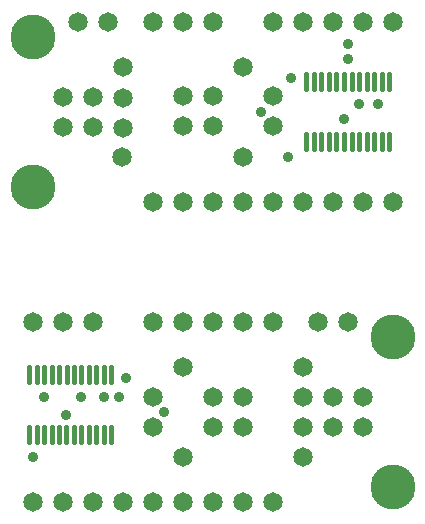
<source format=gts>
G04 Top Solder Mask*
%FSLAX23Y23*%
%MOIN*%
G01*
%ADD10C,0.010*%
%ADD11C,0.015*%
%ADD12C,0.035*%
%ADD13C,0.065*%
%ADD14C,0.150*%
D10*
D11*
X2512Y2575D02*
X2512Y2625D01*
X2537Y2625D02*
X2537Y2575D01*
X2562Y2575D02*
X2562Y2625D01*
X2587Y2625D02*
X2587Y2575D01*
X2612Y2575D02*
X2612Y2625D01*
X2638Y2625D02*
X2638Y2575D01*
X2663Y2575D02*
X2663Y2625D01*
X2688Y2625D02*
X2688Y2575D01*
X2713Y2575D02*
X2713Y2625D01*
X2738Y2625D02*
X2738Y2575D01*
X2763Y2575D02*
X2763Y2625D01*
X2788Y2625D02*
X2788Y2575D01*
X2512Y2375D02*
X2512Y2425D01*
X2537Y2425D02*
X2537Y2375D01*
X2562Y2375D02*
X2562Y2425D01*
X2612Y2375D02*
X2612Y2425D01*
X2638Y2425D02*
X2638Y2375D01*
X2663Y2375D02*
X2663Y2425D01*
X2688Y2425D02*
X2688Y2375D01*
X2713Y2375D02*
X2713Y2425D01*
X2738Y2425D02*
X2738Y2375D01*
X2763Y2375D02*
X2763Y2425D01*
X2788Y2425D02*
X2788Y2375D01*
X2587Y2375D02*
X2587Y2425D01*
X1588Y1600D02*
X1588Y1650D01*
X1613Y1650D02*
X1613Y1600D01*
X1638Y1600D02*
X1638Y1650D01*
X1663Y1650D02*
X1663Y1600D01*
X1688Y1600D02*
X1688Y1650D01*
X1713Y1650D02*
X1713Y1600D01*
X1737Y1600D02*
X1737Y1650D01*
X1762Y1650D02*
X1762Y1600D01*
X1787Y1600D02*
X1787Y1650D01*
X1812Y1650D02*
X1812Y1600D01*
X1837Y1600D02*
X1837Y1650D01*
X1862Y1650D02*
X1862Y1600D01*
X1862Y1450D02*
X1862Y1400D01*
X1837Y1400D02*
X1837Y1450D01*
X1812Y1450D02*
X1812Y1400D01*
X1787Y1400D02*
X1787Y1450D01*
X1762Y1400D02*
X1762Y1450D01*
X1737Y1450D02*
X1737Y1400D01*
X1712Y1400D02*
X1712Y1450D01*
X1688Y1450D02*
X1688Y1400D01*
X1663Y1400D02*
X1663Y1450D01*
X1638Y1450D02*
X1638Y1400D01*
X1613Y1400D02*
X1613Y1450D01*
X1588Y1450D02*
X1588Y1400D01*
D12*
X2638Y2475D03*
X2688Y2525D03*
X2450Y2350D03*
X2650Y2725D03*
X2650Y2675D03*
X2750Y2525D03*
X2462Y2612D03*
X1600Y1350D03*
X1712Y1488D03*
X1762Y1550D03*
X1638Y1550D03*
X2362Y2500D03*
X1838Y1550D03*
X1888Y1550D03*
X1912Y1612D03*
X2037Y1500D03*
D13*
X1700Y2550D03*
X1700Y2450D03*
X1800Y2450D03*
X1800Y2550D03*
X2000Y2200D03*
X2100Y2200D03*
X2200Y2200D03*
X2300Y2200D03*
X2400Y2200D03*
X2500Y2200D03*
X2600Y2200D03*
X2700Y2200D03*
X2000Y2800D03*
X2100Y2800D03*
X2200Y2800D03*
X2400Y2800D03*
X2500Y2800D03*
X2600Y2800D03*
X2700Y2800D03*
X2100Y2451D03*
X1900Y2447D03*
X1900Y2547D03*
X2100Y2551D03*
X2800Y2800D03*
X2800Y2200D03*
X1900Y2650D03*
X2300Y2650D03*
X1899Y2350D03*
X2301Y2350D03*
X2200Y2451D03*
X2200Y2551D03*
X2400Y2551D03*
X2400Y2451D03*
X1750Y2800D03*
X1850Y2800D03*
X2700Y1450D03*
X2700Y1550D03*
X2600Y1550D03*
X2600Y1450D03*
X2650Y1800D03*
X2550Y1800D03*
X2400Y1800D03*
X2300Y1800D03*
X2200Y1800D03*
X2100Y1800D03*
X2000Y1800D03*
X1800Y1800D03*
X1700Y1800D03*
X1600Y1800D03*
X1600Y1200D03*
X1700Y1200D03*
X1800Y1200D03*
X1900Y1200D03*
X2000Y1200D03*
X2100Y1200D03*
X2200Y1200D03*
X2300Y1200D03*
X2400Y1200D03*
X2300Y1450D03*
X2500Y1450D03*
X2500Y1550D03*
X2300Y1550D03*
X2000Y1450D03*
X2200Y1450D03*
X2200Y1550D03*
X2000Y1550D03*
X2100Y1350D03*
X2500Y1350D03*
X2500Y1650D03*
X2100Y1650D03*
D14*
X1600Y2250D03*
X1600Y2750D03*
X2800Y1750D03*
X2800Y1250D03*
M02*

</source>
